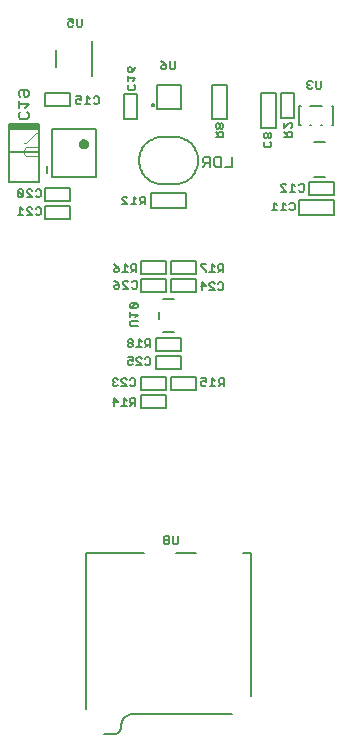
<source format=gbo>
G75*
G70*
%OFA0B0*%
%FSLAX24Y24*%
%IPPOS*%
%LPD*%
%AMOC8*
5,1,8,0,0,1.08239X$1,22.5*
%
%ADD10C,0.0080*%
%ADD11C,0.0060*%
%ADD12C,0.0240*%
%ADD13C,0.0050*%
%ADD14R,0.0100X0.0300*%
%ADD15C,0.0040*%
%ADD16C,0.0070*%
%ADD17R,0.1000X0.0193*%
D10*
X003500Y003093D02*
X003500Y008290D01*
X005429Y008290D01*
X006492Y008290D02*
X007181Y008290D01*
X008736Y008290D02*
X009011Y008290D01*
X009011Y003526D01*
X008381Y002935D02*
X005074Y002935D01*
X005074Y002936D02*
X005036Y002933D01*
X004998Y002927D01*
X004961Y002917D01*
X004925Y002903D01*
X004890Y002887D01*
X004858Y002867D01*
X004827Y002844D01*
X004798Y002818D01*
X004772Y002789D01*
X004749Y002758D01*
X004729Y002726D01*
X004713Y002691D01*
X004699Y002655D01*
X004689Y002618D01*
X004683Y002580D01*
X004680Y002542D01*
X004681Y002542D02*
X004682Y002510D01*
X004678Y002479D01*
X004671Y002448D01*
X004660Y002418D01*
X004646Y002390D01*
X004628Y002364D01*
X004607Y002340D01*
X004583Y002319D01*
X004557Y002301D01*
X004529Y002287D01*
X004499Y002276D01*
X004468Y002269D01*
X004437Y002265D01*
X004405Y002266D01*
X004090Y002266D01*
X005339Y013140D02*
X006172Y013140D01*
X006172Y013577D01*
X005339Y013577D01*
X005339Y013140D01*
X005339Y013740D02*
X006172Y013740D01*
X006172Y014177D01*
X005339Y014177D01*
X005339Y013740D01*
X005839Y014440D02*
X006672Y014440D01*
X006672Y014877D01*
X005839Y014877D01*
X005839Y014440D01*
X006339Y014177D02*
X006339Y013740D01*
X007172Y013740D01*
X007172Y014177D01*
X006339Y014177D01*
X006672Y015040D02*
X005839Y015040D01*
X005839Y015477D01*
X006672Y015477D01*
X006672Y015040D01*
X006425Y015649D02*
X006086Y015649D01*
X005936Y016103D02*
X005936Y016314D01*
X006086Y016769D02*
X006425Y016769D01*
X006339Y016990D02*
X006339Y017427D01*
X007172Y017427D01*
X007172Y016990D01*
X006339Y016990D01*
X006172Y016990D02*
X006172Y017427D01*
X005339Y017427D01*
X005339Y016990D01*
X006172Y016990D01*
X006172Y017590D02*
X006172Y018027D01*
X005339Y018027D01*
X005339Y017590D01*
X006172Y017590D01*
X006339Y017590D02*
X006339Y018027D01*
X007172Y018027D01*
X007172Y017590D01*
X006339Y017590D01*
X006831Y019809D02*
X005681Y019809D01*
X005681Y020309D01*
X006831Y020309D01*
X006831Y019809D01*
X007700Y022752D02*
X008200Y022752D01*
X008200Y023902D01*
X007700Y023902D01*
X007700Y022752D01*
X009340Y022464D02*
X009840Y022464D01*
X009840Y023614D01*
X009340Y023614D01*
X009340Y022464D01*
X010001Y022782D02*
X010439Y022782D01*
X010439Y023615D01*
X010001Y023615D01*
X010001Y022782D01*
X010934Y020667D02*
X010934Y020230D01*
X011766Y020230D01*
X011766Y020667D01*
X010934Y020667D01*
X010615Y020059D02*
X010615Y019559D01*
X011765Y019559D01*
X011765Y020059D01*
X010615Y020059D01*
X005219Y022761D02*
X004781Y022761D01*
X004781Y023593D01*
X005219Y023593D01*
X005219Y022761D01*
X003696Y024184D02*
X003696Y025365D01*
X002515Y025050D02*
X002515Y024499D01*
X002134Y023627D02*
X002134Y023190D01*
X002966Y023190D01*
X002966Y023627D01*
X002134Y023627D01*
X001950Y022609D02*
X000950Y022609D01*
X000950Y021659D01*
X001950Y021659D01*
X001950Y022602D02*
X001950Y020659D01*
X000950Y020659D01*
X000950Y021659D01*
X001950Y022602D02*
X001950Y022609D01*
X002134Y020477D02*
X002134Y020040D01*
X002966Y020040D01*
X002966Y020477D01*
X002134Y020477D01*
X002134Y019877D02*
X002134Y019440D01*
X002966Y019440D01*
X002966Y019877D01*
X002134Y019877D01*
D11*
X001995Y019768D02*
X001995Y019594D01*
X001952Y019551D01*
X001865Y019551D01*
X001822Y019594D01*
X001700Y019551D02*
X001527Y019725D01*
X001527Y019768D01*
X001570Y019811D01*
X001657Y019811D01*
X001700Y019768D01*
X001822Y019768D02*
X001865Y019811D01*
X001952Y019811D01*
X001995Y019768D01*
X001700Y019551D02*
X001527Y019551D01*
X001406Y019551D02*
X001232Y019551D01*
X001319Y019551D02*
X001319Y019811D01*
X001406Y019725D01*
X001362Y020151D02*
X001406Y020194D01*
X001232Y020368D01*
X001232Y020194D01*
X001276Y020151D01*
X001362Y020151D01*
X001406Y020194D02*
X001406Y020368D01*
X001362Y020411D01*
X001276Y020411D01*
X001232Y020368D01*
X001527Y020368D02*
X001570Y020411D01*
X001657Y020411D01*
X001700Y020368D01*
X001822Y020368D02*
X001865Y020411D01*
X001952Y020411D01*
X001995Y020368D01*
X001995Y020194D01*
X001952Y020151D01*
X001865Y020151D01*
X001822Y020194D01*
X001700Y020151D02*
X001527Y020325D01*
X001527Y020368D01*
X001527Y020151D02*
X001700Y020151D01*
X003210Y023256D02*
X003296Y023256D01*
X003340Y023299D01*
X003340Y023386D02*
X003253Y023429D01*
X003210Y023429D01*
X003166Y023386D01*
X003166Y023299D01*
X003210Y023256D01*
X003340Y023386D02*
X003340Y023516D01*
X003166Y023516D01*
X003548Y023516D02*
X003548Y023256D01*
X003634Y023256D02*
X003461Y023256D01*
X003634Y023429D02*
X003548Y023516D01*
X003755Y023473D02*
X003799Y023516D01*
X003886Y023516D01*
X003929Y023473D01*
X003929Y023299D01*
X003886Y023256D01*
X003799Y023256D01*
X003755Y023299D01*
X004893Y023775D02*
X004893Y023862D01*
X004936Y023905D01*
X004893Y024027D02*
X004893Y024200D01*
X004893Y024113D02*
X005153Y024113D01*
X005066Y024027D01*
X005109Y023905D02*
X005153Y023862D01*
X005153Y023775D01*
X005109Y023732D01*
X004936Y023732D01*
X004893Y023775D01*
X004936Y024321D02*
X004893Y024365D01*
X004893Y024451D01*
X004936Y024495D01*
X004979Y024495D01*
X005023Y024451D01*
X005023Y024321D01*
X004936Y024321D01*
X005023Y024321D02*
X005109Y024408D01*
X005153Y024495D01*
X006007Y024507D02*
X006051Y024550D01*
X006181Y024550D01*
X006181Y024463D01*
X006137Y024420D01*
X006051Y024420D01*
X006007Y024463D01*
X006007Y024507D01*
X006094Y024637D02*
X006181Y024550D01*
X006094Y024637D02*
X006007Y024680D01*
X006302Y024680D02*
X006302Y024463D01*
X006345Y024420D01*
X006432Y024420D01*
X006476Y024463D01*
X006476Y024680D01*
X007868Y022616D02*
X007825Y022572D01*
X007825Y022486D01*
X007868Y022442D01*
X007912Y022442D01*
X007955Y022486D01*
X007955Y022572D01*
X007912Y022616D01*
X007868Y022616D01*
X007955Y022572D02*
X007998Y022616D01*
X008042Y022616D01*
X008085Y022572D01*
X008085Y022486D01*
X008042Y022442D01*
X007998Y022442D01*
X007955Y022486D01*
X007955Y022321D02*
X007912Y022278D01*
X007912Y022148D01*
X007912Y022234D02*
X007825Y022321D01*
X007955Y022321D02*
X008042Y022321D01*
X008085Y022278D01*
X008085Y022148D01*
X007825Y022148D01*
X009425Y022167D02*
X009468Y022124D01*
X009512Y022124D01*
X009555Y022167D01*
X009555Y022254D01*
X009512Y022297D01*
X009468Y022297D01*
X009425Y022254D01*
X009425Y022167D01*
X009555Y022167D02*
X009598Y022124D01*
X009642Y022124D01*
X009685Y022167D01*
X009685Y022254D01*
X009642Y022297D01*
X009598Y022297D01*
X009555Y022254D01*
X009468Y022003D02*
X009425Y021959D01*
X009425Y021873D01*
X009468Y021829D01*
X009642Y021829D01*
X009685Y021873D01*
X009685Y021959D01*
X009642Y022003D01*
X010113Y022154D02*
X010373Y022154D01*
X010373Y022284D01*
X010329Y022327D01*
X010243Y022327D01*
X010199Y022284D01*
X010199Y022154D01*
X010199Y022240D02*
X010113Y022327D01*
X010113Y022448D02*
X010286Y022622D01*
X010329Y022622D01*
X010373Y022578D01*
X010373Y022492D01*
X010329Y022448D01*
X010113Y022448D02*
X010113Y022622D01*
X010620Y022569D02*
X010620Y023208D01*
X010657Y023208D01*
X010974Y023208D02*
X011386Y023208D01*
X011703Y023208D02*
X011740Y023208D01*
X011740Y022569D01*
X011703Y022569D01*
X011386Y022569D02*
X011348Y022569D01*
X011012Y022569D02*
X010974Y022569D01*
X010657Y022569D02*
X010620Y022569D01*
X010925Y023769D02*
X010882Y023812D01*
X010882Y023855D01*
X010925Y023899D01*
X010969Y023899D01*
X010925Y023899D02*
X010882Y023942D01*
X010882Y023985D01*
X010925Y024029D01*
X011012Y024029D01*
X011055Y023985D01*
X011177Y024029D02*
X011177Y023812D01*
X011220Y023769D01*
X011307Y023769D01*
X011350Y023812D01*
X011350Y024029D01*
X011055Y023812D02*
X011012Y023769D01*
X010925Y023769D01*
X010722Y020601D02*
X010635Y020601D01*
X010592Y020558D01*
X010470Y020515D02*
X010384Y020601D01*
X010384Y020341D01*
X010470Y020341D02*
X010297Y020341D01*
X010176Y020341D02*
X010002Y020515D01*
X010002Y020558D01*
X010046Y020601D01*
X010132Y020601D01*
X010176Y020558D01*
X010176Y020341D02*
X010002Y020341D01*
X010079Y019974D02*
X010079Y019714D01*
X010165Y019714D02*
X009992Y019714D01*
X009871Y019714D02*
X009697Y019714D01*
X009784Y019714D02*
X009784Y019974D01*
X009871Y019887D01*
X010079Y019974D02*
X010165Y019887D01*
X010287Y019930D02*
X010330Y019974D01*
X010417Y019974D01*
X010460Y019930D01*
X010460Y019757D01*
X010417Y019714D01*
X010330Y019714D01*
X010287Y019757D01*
X010635Y020341D02*
X010592Y020384D01*
X010635Y020341D02*
X010722Y020341D01*
X010765Y020384D01*
X010765Y020558D01*
X010722Y020601D01*
X008084Y017916D02*
X008084Y017656D01*
X008084Y017743D02*
X007954Y017743D01*
X007911Y017786D01*
X007911Y017873D01*
X007954Y017916D01*
X008084Y017916D01*
X007998Y017743D02*
X007911Y017656D01*
X007790Y017656D02*
X007616Y017656D01*
X007703Y017656D02*
X007703Y017916D01*
X007790Y017829D01*
X007495Y017916D02*
X007322Y017916D01*
X007322Y017873D01*
X007495Y017699D01*
X007495Y017656D01*
X007365Y017316D02*
X007495Y017186D01*
X007322Y017186D01*
X007365Y017056D02*
X007365Y017316D01*
X007616Y017273D02*
X007660Y017316D01*
X007746Y017316D01*
X007790Y017273D01*
X007911Y017273D02*
X007954Y017316D01*
X008041Y017316D01*
X008084Y017273D01*
X008084Y017099D01*
X008041Y017056D01*
X007954Y017056D01*
X007911Y017099D01*
X007790Y017056D02*
X007616Y017229D01*
X007616Y017273D01*
X007616Y017056D02*
X007790Y017056D01*
X005651Y015411D02*
X005651Y015151D01*
X005651Y015238D02*
X005520Y015238D01*
X005477Y015281D01*
X005477Y015368D01*
X005520Y015411D01*
X005651Y015411D01*
X005564Y015238D02*
X005477Y015151D01*
X005356Y015151D02*
X005182Y015151D01*
X005269Y015151D02*
X005269Y015411D01*
X005356Y015325D01*
X005061Y015325D02*
X005061Y015368D01*
X005018Y015411D01*
X004931Y015411D01*
X004888Y015368D01*
X004888Y015325D01*
X004931Y015281D01*
X005018Y015281D01*
X005061Y015325D01*
X005018Y015281D02*
X005061Y015238D01*
X005061Y015194D01*
X005018Y015151D01*
X004931Y015151D01*
X004888Y015194D01*
X004888Y015238D01*
X004931Y015281D01*
X004888Y014811D02*
X005061Y014811D01*
X005061Y014681D01*
X004974Y014725D01*
X004931Y014725D01*
X004888Y014681D01*
X004888Y014594D01*
X004931Y014551D01*
X005018Y014551D01*
X005061Y014594D01*
X005182Y014551D02*
X005356Y014551D01*
X005182Y014725D01*
X005182Y014768D01*
X005226Y014811D01*
X005312Y014811D01*
X005356Y014768D01*
X005477Y014768D02*
X005520Y014811D01*
X005607Y014811D01*
X005651Y014768D01*
X005651Y014594D01*
X005607Y014551D01*
X005520Y014551D01*
X005477Y014594D01*
X005107Y014111D02*
X005151Y014068D01*
X005151Y013894D01*
X005107Y013851D01*
X005020Y013851D01*
X004977Y013894D01*
X004856Y013851D02*
X004682Y014025D01*
X004682Y014068D01*
X004726Y014111D01*
X004812Y014111D01*
X004856Y014068D01*
X004977Y014068D02*
X005020Y014111D01*
X005107Y014111D01*
X004856Y013851D02*
X004682Y013851D01*
X004561Y013894D02*
X004518Y013851D01*
X004431Y013851D01*
X004388Y013894D01*
X004388Y013938D01*
X004431Y013981D01*
X004474Y013981D01*
X004431Y013981D02*
X004388Y014025D01*
X004388Y014068D01*
X004431Y014111D01*
X004518Y014111D01*
X004561Y014068D01*
X004431Y013461D02*
X004561Y013331D01*
X004388Y013331D01*
X004431Y013201D02*
X004431Y013461D01*
X004682Y013201D02*
X004856Y013201D01*
X004769Y013201D02*
X004769Y013461D01*
X004856Y013375D01*
X004977Y013418D02*
X004977Y013331D01*
X005020Y013288D01*
X005151Y013288D01*
X005151Y013201D02*
X005151Y013461D01*
X005020Y013461D01*
X004977Y013418D01*
X005064Y013288D02*
X004977Y013201D01*
X005009Y015855D02*
X004966Y015898D01*
X004966Y015985D01*
X005009Y016028D01*
X005226Y016028D01*
X005139Y016149D02*
X005226Y016236D01*
X004966Y016236D01*
X004966Y016149D02*
X004966Y016323D01*
X005009Y016444D02*
X004966Y016487D01*
X004966Y016574D01*
X005009Y016617D01*
X005182Y016617D01*
X005009Y016444D01*
X005182Y016444D01*
X005226Y016487D01*
X005226Y016574D01*
X005182Y016617D01*
X005157Y017101D02*
X005070Y017101D01*
X005027Y017144D01*
X004906Y017101D02*
X004732Y017275D01*
X004732Y017318D01*
X004776Y017361D01*
X004862Y017361D01*
X004906Y017318D01*
X005027Y017318D02*
X005070Y017361D01*
X005157Y017361D01*
X005201Y017318D01*
X005201Y017144D01*
X005157Y017101D01*
X004906Y017101D02*
X004732Y017101D01*
X004611Y017144D02*
X004568Y017101D01*
X004481Y017101D01*
X004438Y017144D01*
X004438Y017188D01*
X004481Y017231D01*
X004611Y017231D01*
X004611Y017144D01*
X004611Y017231D02*
X004524Y017318D01*
X004438Y017361D01*
X004465Y017656D02*
X004422Y017699D01*
X004422Y017743D01*
X004465Y017786D01*
X004595Y017786D01*
X004595Y017699D01*
X004552Y017656D01*
X004465Y017656D01*
X004595Y017786D02*
X004508Y017873D01*
X004422Y017916D01*
X004716Y017656D02*
X004890Y017656D01*
X004803Y017656D02*
X004803Y017916D01*
X004890Y017829D01*
X005011Y017786D02*
X005054Y017743D01*
X005184Y017743D01*
X005098Y017743D02*
X005011Y017656D01*
X005011Y017786D02*
X005011Y017873D01*
X005054Y017916D01*
X005184Y017916D01*
X005184Y017656D01*
X005226Y015855D02*
X005009Y015855D01*
X007338Y014111D02*
X007511Y014111D01*
X007511Y013981D01*
X007424Y014025D01*
X007381Y014025D01*
X007338Y013981D01*
X007338Y013894D01*
X007381Y013851D01*
X007468Y013851D01*
X007511Y013894D01*
X007632Y013851D02*
X007806Y013851D01*
X007719Y013851D02*
X007719Y014111D01*
X007806Y014025D01*
X007927Y014068D02*
X007927Y013981D01*
X007970Y013938D01*
X008101Y013938D01*
X008101Y013851D02*
X008101Y014111D01*
X007970Y014111D01*
X007927Y014068D01*
X008014Y013938D02*
X007927Y013851D01*
X006571Y008860D02*
X006571Y008643D01*
X006527Y008600D01*
X006441Y008600D01*
X006397Y008643D01*
X006397Y008860D01*
X006276Y008816D02*
X006276Y008773D01*
X006233Y008730D01*
X006146Y008730D01*
X006103Y008686D01*
X006103Y008643D01*
X006146Y008600D01*
X006233Y008600D01*
X006276Y008643D01*
X006276Y008686D01*
X006233Y008730D01*
X006146Y008730D02*
X006103Y008773D01*
X006103Y008816D01*
X006146Y008860D01*
X006233Y008860D01*
X006276Y008816D01*
X005476Y019914D02*
X005476Y020174D01*
X005345Y020174D01*
X005302Y020130D01*
X005302Y020044D01*
X005345Y020000D01*
X005476Y020000D01*
X005389Y020000D02*
X005302Y019914D01*
X005181Y019914D02*
X005007Y019914D01*
X005094Y019914D02*
X005094Y020174D01*
X005181Y020087D01*
X004886Y020130D02*
X004843Y020174D01*
X004756Y020174D01*
X004713Y020130D01*
X004713Y020087D01*
X004886Y019914D01*
X004713Y019914D01*
X003334Y025843D02*
X003247Y025843D01*
X003204Y025887D01*
X003204Y026103D01*
X003083Y026103D02*
X003083Y025973D01*
X002996Y026017D01*
X002953Y026017D01*
X002909Y025973D01*
X002909Y025887D01*
X002953Y025843D01*
X003039Y025843D01*
X003083Y025887D01*
X003083Y026103D02*
X002909Y026103D01*
X003377Y026103D02*
X003377Y025887D01*
X003334Y025843D01*
D12*
X003362Y021929D02*
X003364Y021942D01*
X003369Y021954D01*
X003378Y021965D01*
X003388Y021973D01*
X003401Y021977D01*
X003414Y021978D01*
X003427Y021975D01*
X003439Y021969D01*
X003449Y021960D01*
X003456Y021949D01*
X003460Y021936D01*
X003460Y021922D01*
X003456Y021909D01*
X003449Y021898D01*
X003439Y021889D01*
X003427Y021883D01*
X003414Y021880D01*
X003401Y021881D01*
X003388Y021885D01*
X003378Y021893D01*
X003369Y021904D01*
X003364Y021916D01*
X003362Y021929D01*
D13*
X003844Y022412D02*
X003844Y020837D01*
X002368Y020837D01*
X002368Y022412D01*
X003844Y022412D01*
X005856Y023090D02*
X006656Y023090D01*
X006656Y023890D01*
X005856Y023890D01*
X005856Y023090D01*
X006059Y022162D02*
X006452Y022162D01*
X006506Y022160D01*
X006559Y022155D01*
X006612Y022146D01*
X006664Y022133D01*
X006716Y022117D01*
X006766Y022097D01*
X006814Y022074D01*
X006861Y022047D01*
X006906Y022018D01*
X006949Y021985D01*
X006989Y021950D01*
X007027Y021912D01*
X007062Y021872D01*
X007095Y021829D01*
X007124Y021784D01*
X007151Y021737D01*
X007174Y021689D01*
X007194Y021639D01*
X007210Y021587D01*
X007223Y021535D01*
X007232Y021482D01*
X007237Y021429D01*
X007239Y021375D01*
X007237Y021321D01*
X007232Y021268D01*
X007223Y021215D01*
X007210Y021163D01*
X007194Y021111D01*
X007174Y021061D01*
X007151Y021013D01*
X007124Y020966D01*
X007095Y020921D01*
X007062Y020878D01*
X007027Y020838D01*
X006989Y020800D01*
X006949Y020765D01*
X006906Y020732D01*
X006861Y020703D01*
X006814Y020676D01*
X006766Y020653D01*
X006716Y020633D01*
X006664Y020617D01*
X006612Y020604D01*
X006559Y020595D01*
X006506Y020590D01*
X006452Y020588D01*
X006452Y020587D02*
X006059Y020587D01*
X006059Y020588D02*
X006005Y020590D01*
X005952Y020595D01*
X005899Y020604D01*
X005847Y020617D01*
X005795Y020633D01*
X005745Y020653D01*
X005697Y020676D01*
X005650Y020703D01*
X005605Y020732D01*
X005562Y020765D01*
X005522Y020800D01*
X005484Y020838D01*
X005449Y020878D01*
X005416Y020921D01*
X005387Y020966D01*
X005360Y021013D01*
X005337Y021061D01*
X005317Y021111D01*
X005301Y021163D01*
X005288Y021215D01*
X005279Y021268D01*
X005274Y021321D01*
X005272Y021375D01*
X005274Y021429D01*
X005279Y021482D01*
X005288Y021535D01*
X005301Y021587D01*
X005317Y021639D01*
X005337Y021689D01*
X005360Y021737D01*
X005387Y021784D01*
X005416Y021829D01*
X005449Y021872D01*
X005484Y021912D01*
X005522Y021950D01*
X005562Y021985D01*
X005605Y022018D01*
X005650Y022047D01*
X005697Y022074D01*
X005745Y022097D01*
X005795Y022117D01*
X005847Y022133D01*
X005899Y022146D01*
X005952Y022155D01*
X006005Y022160D01*
X006059Y022162D01*
X011089Y022009D02*
X011471Y022009D01*
X011471Y020828D02*
X011089Y020828D01*
D14*
X002206Y021075D03*
D15*
X001899Y021511D02*
X001515Y021511D01*
X001439Y021588D01*
X001439Y021741D01*
X001515Y021818D01*
X001899Y021818D01*
X001899Y021972D02*
X001899Y022279D01*
X001822Y022279D01*
X001515Y021972D01*
X001439Y021972D01*
D16*
X001535Y022769D02*
X001315Y022769D01*
X001260Y022824D01*
X001260Y022934D01*
X001315Y022989D01*
X001260Y023137D02*
X001260Y023357D01*
X001260Y023247D02*
X001590Y023247D01*
X001480Y023137D01*
X001535Y022989D02*
X001590Y022934D01*
X001590Y022824D01*
X001535Y022769D01*
X001535Y023505D02*
X001480Y023505D01*
X001425Y023560D01*
X001425Y023725D01*
X001315Y023725D02*
X001535Y023725D01*
X001590Y023670D01*
X001590Y023560D01*
X001535Y023505D01*
X001315Y023505D02*
X001260Y023560D01*
X001260Y023670D01*
X001315Y023725D01*
X005699Y023220D02*
X005701Y023231D01*
X005706Y023242D01*
X005714Y023250D01*
X005725Y023255D01*
X005736Y023257D01*
X005747Y023255D01*
X005758Y023250D01*
X005766Y023242D01*
X005771Y023231D01*
X005773Y023220D01*
X005771Y023209D01*
X005766Y023198D01*
X005758Y023190D01*
X005747Y023185D01*
X005736Y023183D01*
X005725Y023185D01*
X005714Y023190D01*
X005706Y023198D01*
X005701Y023209D01*
X005699Y023220D01*
X007463Y021508D02*
X007408Y021453D01*
X007408Y021343D01*
X007463Y021287D01*
X007628Y021287D01*
X007628Y021177D02*
X007628Y021508D01*
X007463Y021508D01*
X007518Y021287D02*
X007408Y021177D01*
X007776Y021232D02*
X007776Y021453D01*
X007831Y021508D01*
X007996Y021508D01*
X007996Y021177D01*
X007831Y021177D01*
X007776Y021232D01*
X008144Y021177D02*
X008364Y021177D01*
X008364Y021508D01*
D17*
X001450Y022505D03*
M02*

</source>
